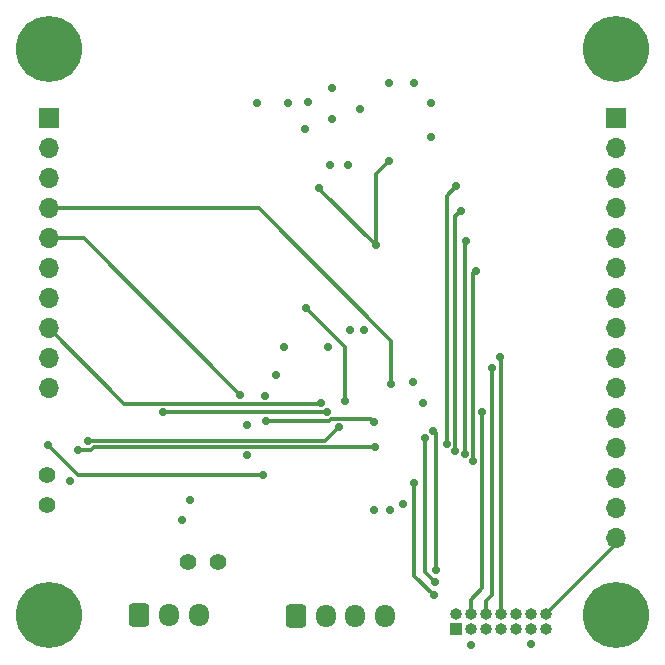
<source format=gbr>
%TF.GenerationSoftware,KiCad,Pcbnew,9.0.0*%
%TF.CreationDate,2025-02-22T18:12:42-05:00*%
%TF.ProjectId,SensorModuleBreakout,53656e73-6f72-44d6-9f64-756c65427265,rev?*%
%TF.SameCoordinates,Original*%
%TF.FileFunction,Copper,L4,Bot*%
%TF.FilePolarity,Positive*%
%FSLAX46Y46*%
G04 Gerber Fmt 4.6, Leading zero omitted, Abs format (unit mm)*
G04 Created by KiCad (PCBNEW 9.0.0) date 2025-02-22 18:12:42*
%MOMM*%
%LPD*%
G01*
G04 APERTURE LIST*
G04 Aperture macros list*
%AMRoundRect*
0 Rectangle with rounded corners*
0 $1 Rounding radius*
0 $2 $3 $4 $5 $6 $7 $8 $9 X,Y pos of 4 corners*
0 Add a 4 corners polygon primitive as box body*
4,1,4,$2,$3,$4,$5,$6,$7,$8,$9,$2,$3,0*
0 Add four circle primitives for the rounded corners*
1,1,$1+$1,$2,$3*
1,1,$1+$1,$4,$5*
1,1,$1+$1,$6,$7*
1,1,$1+$1,$8,$9*
0 Add four rect primitives between the rounded corners*
20,1,$1+$1,$2,$3,$4,$5,0*
20,1,$1+$1,$4,$5,$6,$7,0*
20,1,$1+$1,$6,$7,$8,$9,0*
20,1,$1+$1,$8,$9,$2,$3,0*%
G04 Aperture macros list end*
%TA.AperFunction,ComponentPad*%
%ADD10RoundRect,0.250000X-0.600000X-0.725000X0.600000X-0.725000X0.600000X0.725000X-0.600000X0.725000X0*%
%TD*%
%TA.AperFunction,ComponentPad*%
%ADD11O,1.700000X1.950000*%
%TD*%
%TA.AperFunction,ComponentPad*%
%ADD12C,5.600000*%
%TD*%
%TA.AperFunction,ComponentPad*%
%ADD13R,1.700000X1.700000*%
%TD*%
%TA.AperFunction,ComponentPad*%
%ADD14O,1.700000X1.700000*%
%TD*%
%TA.AperFunction,ComponentPad*%
%ADD15C,1.400000*%
%TD*%
%TA.AperFunction,ComponentPad*%
%ADD16R,1.000000X1.000000*%
%TD*%
%TA.AperFunction,ComponentPad*%
%ADD17O,1.000000X1.000000*%
%TD*%
%TA.AperFunction,ViaPad*%
%ADD18C,0.700000*%
%TD*%
%TA.AperFunction,Conductor*%
%ADD19C,0.300000*%
%TD*%
G04 APERTURE END LIST*
D10*
%TO.P,J5,1,Pin_1*%
%TO.N,CC_TX*%
X126920000Y-104075000D03*
D11*
%TO.P,J5,2,Pin_2*%
%TO.N,CC_RX*%
X129420000Y-104075000D03*
%TO.P,J5,3,Pin_3*%
%TO.N,CC_WKE*%
X131920000Y-104075000D03*
%TO.P,J5,4,Pin_4*%
%TO.N,CC_RDY*%
X134420000Y-104075000D03*
%TD*%
D12*
%TO.P,H2,1,1*%
%TO.N,GND*%
X154000000Y-56000000D03*
%TD*%
%TO.P,H3,1,1*%
%TO.N,GND*%
X106000000Y-104000000D03*
%TD*%
D13*
%TO.P,J2,1,Pin_1*%
%TO.N,+3V3*%
X106000000Y-61920000D03*
D14*
%TO.P,J2,2,Pin_2*%
%TO.N,GND*%
X106000000Y-64460000D03*
%TO.P,J2,3,Pin_3*%
%TO.N,PB4*%
X106000000Y-67000000D03*
%TO.P,J2,4,Pin_4*%
%TO.N,PA15*%
X106000000Y-69540000D03*
%TO.P,J2,5,Pin_5*%
%TO.N,PA12*%
X106000000Y-72080000D03*
%TO.P,J2,6,Pin_6*%
%TO.N,PA11*%
X106000000Y-74620000D03*
%TO.P,J2,7,Pin_7*%
%TO.N,PB8*%
X106000000Y-77160000D03*
%TO.P,J2,8,Pin_8*%
%TO.N,PB9*%
X106000000Y-79700000D03*
%TO.P,J2,9,Pin_9*%
%TO.N,PA8*%
X106000000Y-82240000D03*
%TO.P,J2,10,Pin_10*%
%TO.N,PA1*%
X106000000Y-84780000D03*
%TD*%
D15*
%TO.P,JP2,1,A*%
%TO.N,Net-(JP2-A)*%
X120350000Y-99500000D03*
%TO.P,JP2,2,B*%
%TO.N,+3V3*%
X117810000Y-99500000D03*
%TD*%
D12*
%TO.P,H4,1,1*%
%TO.N,GND*%
X154000000Y-104000000D03*
%TD*%
%TO.P,H1,1,1*%
%TO.N,GND*%
X106000000Y-56000000D03*
%TD*%
D16*
%TO.P,STLink,1,NC*%
%TO.N,unconnected-(J1-NC-Pad1)*%
X140430000Y-105150000D03*
D17*
%TO.P,STLink,2,NC*%
%TO.N,unconnected-(J1-NC-Pad2)*%
X140430000Y-103880000D03*
%TO.P,STLink,3,VCC*%
%TO.N,+3V3*%
X141700000Y-105150000D03*
%TO.P,STLink,4,JTMS/SWDIO*%
%TO.N,JTMS{slash}SWDIO*%
X141700000Y-103880000D03*
%TO.P,STLink,5,GND*%
%TO.N,GND*%
X142970000Y-105150000D03*
%TO.P,STLink,6,JCLK/SWCLK*%
%TO.N,JTCK_SWCLK*%
X142970000Y-103880000D03*
%TO.P,STLink,7,GND*%
%TO.N,GND*%
X144240000Y-105150000D03*
%TO.P,STLink,8,JTDO/SWO*%
%TO.N,JTDO{slash}SWO*%
X144240000Y-103880000D03*
%TO.P,STLink,9,JRCLK/NC*%
%TO.N,unconnected-(J1-JRCLK{slash}NC-Pad9)*%
X145510000Y-105150000D03*
%TO.P,STLink,10,JTDI/NC*%
%TO.N,unconnected-(J1-JTDI{slash}NC-Pad10)*%
X145510000Y-103880000D03*
%TO.P,STLink,11,GNDDetect*%
%TO.N,GND*%
X146780000Y-105150000D03*
%TO.P,STLink,12,~{RST}*%
%TO.N,NRST*%
X146780000Y-103880000D03*
%TO.P,STLink,13,VCP_RX*%
%TO.N,VCP_RX*%
X148050000Y-105150000D03*
%TO.P,STLink,14,VCP_TX*%
%TO.N,VCP_TX*%
X148050000Y-103880000D03*
%TD*%
D13*
%TO.P,J3,1,Pin_1*%
%TO.N,SDA*%
X154000000Y-61920000D03*
D14*
%TO.P,J3,2,Pin_2*%
%TO.N,SCL*%
X154000000Y-64460000D03*
%TO.P,J3,3,Pin_3*%
%TO.N,PB15*%
X154000000Y-67000000D03*
%TO.P,J3,4,Pin_4*%
%TO.N,PB14*%
X154000000Y-69540000D03*
%TO.P,J3,5,Pin_5*%
%TO.N,PB13*%
X154000000Y-72080000D03*
%TO.P,J3,6,Pin_6*%
%TO.N,PB12*%
X154000000Y-74620000D03*
%TO.P,J3,7,Pin_7*%
%TO.N,PB11*%
X154000000Y-77160000D03*
%TO.P,J3,8,Pin_8*%
%TO.N,PB10*%
X154000000Y-79700000D03*
%TO.P,J3,9,Pin_9*%
%TO.N,PB2*%
X154000000Y-82240000D03*
%TO.P,J3,10,Pin_10*%
%TO.N,PB1*%
X154000000Y-84780000D03*
%TO.P,J3,11,Pin_11*%
%TO.N,PB0*%
X154000000Y-87320000D03*
%TO.P,J3,12,Pin_12*%
%TO.N,PA7*%
X154000000Y-89860000D03*
%TO.P,J3,13,Pin_13*%
%TO.N,PA6*%
X154000000Y-92400000D03*
%TO.P,J3,14,Pin_14*%
%TO.N,VCP_RX*%
X154000000Y-94940000D03*
%TO.P,J3,15,Pin_15*%
%TO.N,VCP_TX*%
X154000000Y-97480000D03*
%TD*%
D10*
%TO.P,J4,1,Pin_1*%
%TO.N,VBAT*%
X113670000Y-104000000D03*
D11*
%TO.P,J4,2,Pin_2*%
%TO.N,GND*%
X116170000Y-104000000D03*
%TO.P,J4,3,Pin_3*%
%TO.N,+3V3*%
X118670000Y-104000000D03*
%TD*%
D15*
%TO.P,JP1,1,A*%
%TO.N,+3V3*%
X105850000Y-92100000D03*
%TO.P,JP1,2,B*%
%TO.N,/BOOT0*%
X105850000Y-94640000D03*
%TD*%
D18*
%TO.N,GND*%
X134800000Y-58950000D03*
X136950000Y-58900000D03*
X138350000Y-60650000D03*
%TO.N,+3V3*%
X138350000Y-63500000D03*
%TO.N,SCL*%
X134800000Y-65550000D03*
X133700000Y-72650000D03*
X128900000Y-67800000D03*
%TO.N,PB4*%
X127750000Y-77950000D03*
%TO.N,+3V3*%
X126250000Y-60600000D03*
%TO.N,GND*%
X127900000Y-60550000D03*
X117300000Y-95900000D03*
%TO.N,+3V3*%
X134850000Y-95050000D03*
X136800000Y-84200000D03*
X124300000Y-85400000D03*
X131300000Y-65900000D03*
X131500000Y-79850000D03*
X141700000Y-106500000D03*
X122800000Y-90450000D03*
X125900000Y-81300000D03*
X132650000Y-79800000D03*
%TO.N,GND*%
X130000000Y-62000000D03*
X137650000Y-86000000D03*
X133550000Y-95050000D03*
X129800000Y-65900000D03*
X125200000Y-83600000D03*
X146800000Y-106400000D03*
X123600000Y-60600000D03*
X122800000Y-87850000D03*
X135950000Y-94550000D03*
X117950000Y-94250000D03*
X130000000Y-59300000D03*
X127650000Y-62800000D03*
X132350000Y-61150000D03*
X107800000Y-92600000D03*
X129650000Y-81300000D03*
%TO.N,VCP_TX*%
X137850000Y-88950000D03*
X138700000Y-101200000D03*
%TO.N,JTDO{slash}SWO*%
X144200000Y-82150000D03*
%TO.N,JTCK_SWCLK*%
X143500000Y-83050000D03*
%TO.N,JTMS{slash}SWDIO*%
X142700000Y-86750000D03*
%TO.N,NRST*%
X138600000Y-102300000D03*
X136950000Y-92800000D03*
%TO.N,VCP_RX*%
X138513440Y-88341846D03*
X138750000Y-100150000D03*
%TO.N,PA15*%
X135000000Y-84400000D03*
%TO.N,PB15*%
X140500000Y-67650000D03*
X139700000Y-89450000D03*
%TO.N,PB13*%
X141221166Y-90369362D03*
X141350000Y-72300000D03*
%TO.N,PB14*%
X140850000Y-69750000D03*
X140387049Y-90031350D03*
%TO.N,PB12*%
X141905106Y-90954367D03*
X142150000Y-74800000D03*
%TO.N,PA8*%
X133600000Y-89750000D03*
X108500000Y-90000000D03*
%TO.N,PA12*%
X122150000Y-85300000D03*
X124400000Y-87550000D03*
X133490965Y-87590965D03*
%TO.N,PB9*%
X129050000Y-86000000D03*
%TO.N,PB8*%
X115650000Y-86800000D03*
X129533189Y-86759297D03*
%TO.N,PA1*%
X124150000Y-92100000D03*
X105950000Y-89550000D03*
%TO.N,PB4*%
X131050000Y-85800000D03*
%TO.N,/BOOT0*%
X130600000Y-88050000D03*
X109350000Y-89250000D03*
%TD*%
D19*
%TO.N,SCL*%
X133700000Y-66650000D02*
X134800000Y-65550000D01*
X133700000Y-72650000D02*
X133700000Y-66650000D01*
X128900000Y-67850000D02*
X128900000Y-67800000D01*
X133700000Y-72650000D02*
X128900000Y-67850000D01*
%TO.N,PB4*%
X131050000Y-81250000D02*
X127750000Y-77950000D01*
X131050000Y-85800000D02*
X131050000Y-81250000D01*
%TO.N,VCP_TX*%
X154000000Y-97930000D02*
X154000000Y-97480000D01*
X148050000Y-103880000D02*
X154000000Y-97930000D01*
X137850000Y-88950000D02*
X137850000Y-100350000D01*
X137850000Y-100350000D02*
X138700000Y-101200000D01*
%TO.N,JTDO{slash}SWO*%
X144200000Y-82150000D02*
X144240000Y-82190000D01*
X144240000Y-82190000D02*
X144240000Y-103880000D01*
%TO.N,JTCK_SWCLK*%
X142970000Y-102780000D02*
X142970000Y-103880000D01*
X143500000Y-102250000D02*
X142970000Y-102780000D01*
X143500000Y-83050000D02*
X143500000Y-102250000D01*
%TO.N,JTMS{slash}SWDIO*%
X141700000Y-102650000D02*
X141700000Y-103880000D01*
X142700000Y-101650000D02*
X141700000Y-102650000D01*
X142700000Y-86750000D02*
X142700000Y-101650000D01*
%TO.N,NRST*%
X136950000Y-92800000D02*
X136950000Y-100650000D01*
X136950000Y-100650000D02*
X138600000Y-102300000D01*
%TO.N,VCP_RX*%
X138513440Y-88341846D02*
X138750000Y-88578406D01*
X138750000Y-88578406D02*
X138750000Y-100150000D01*
%TO.N,PA15*%
X135000000Y-80760050D02*
X123779950Y-69540000D01*
X135000000Y-84400000D02*
X135000000Y-80760050D01*
X123779950Y-69540000D02*
X106000000Y-69540000D01*
%TO.N,PB15*%
X139700000Y-68450000D02*
X140500000Y-67650000D01*
X139700000Y-89450000D02*
X139700000Y-68450000D01*
%TO.N,PB13*%
X141221166Y-90369362D02*
X141221166Y-72428834D01*
X141221166Y-72428834D02*
X141350000Y-72300000D01*
%TO.N,PB14*%
X140400000Y-90018399D02*
X140400000Y-70200000D01*
X140400000Y-70200000D02*
X140850000Y-69750000D01*
X140387049Y-90031350D02*
X140400000Y-90018399D01*
%TO.N,PB12*%
X141921166Y-90938307D02*
X141921166Y-75028834D01*
X141905106Y-90954367D02*
X141921166Y-90938307D01*
X141921166Y-75028834D02*
X142150000Y-74800000D01*
%TO.N,PA8*%
X109589950Y-90000000D02*
X108500000Y-90000000D01*
X109839950Y-89750000D02*
X109589950Y-90000000D01*
X133600000Y-89750000D02*
X109839950Y-89750000D01*
%TO.N,PA12*%
X129710050Y-87550000D02*
X124400000Y-87550000D01*
X133490965Y-87590965D02*
X133250000Y-87350000D01*
X108930000Y-72080000D02*
X106000000Y-72080000D01*
X133250000Y-87350000D02*
X129910050Y-87350000D01*
X129910050Y-87350000D02*
X129710050Y-87550000D01*
X122150000Y-85300000D02*
X108930000Y-72080000D01*
%TO.N,PB9*%
X128950000Y-86100000D02*
X112400000Y-86100000D01*
X112400000Y-86100000D02*
X106000000Y-79700000D01*
X129050000Y-86000000D02*
X128950000Y-86100000D01*
%TO.N,PB8*%
X129492486Y-86800000D02*
X129533189Y-86759297D01*
X115650000Y-86800000D02*
X129492486Y-86800000D01*
%TO.N,PA1*%
X108500000Y-92100000D02*
X105950000Y-89550000D01*
X124150000Y-92100000D02*
X108500000Y-92100000D01*
%TO.N,/BOOT0*%
X130600000Y-88050000D02*
X129400000Y-89250000D01*
X129400000Y-89250000D02*
X109350000Y-89250000D01*
%TD*%
M02*

</source>
